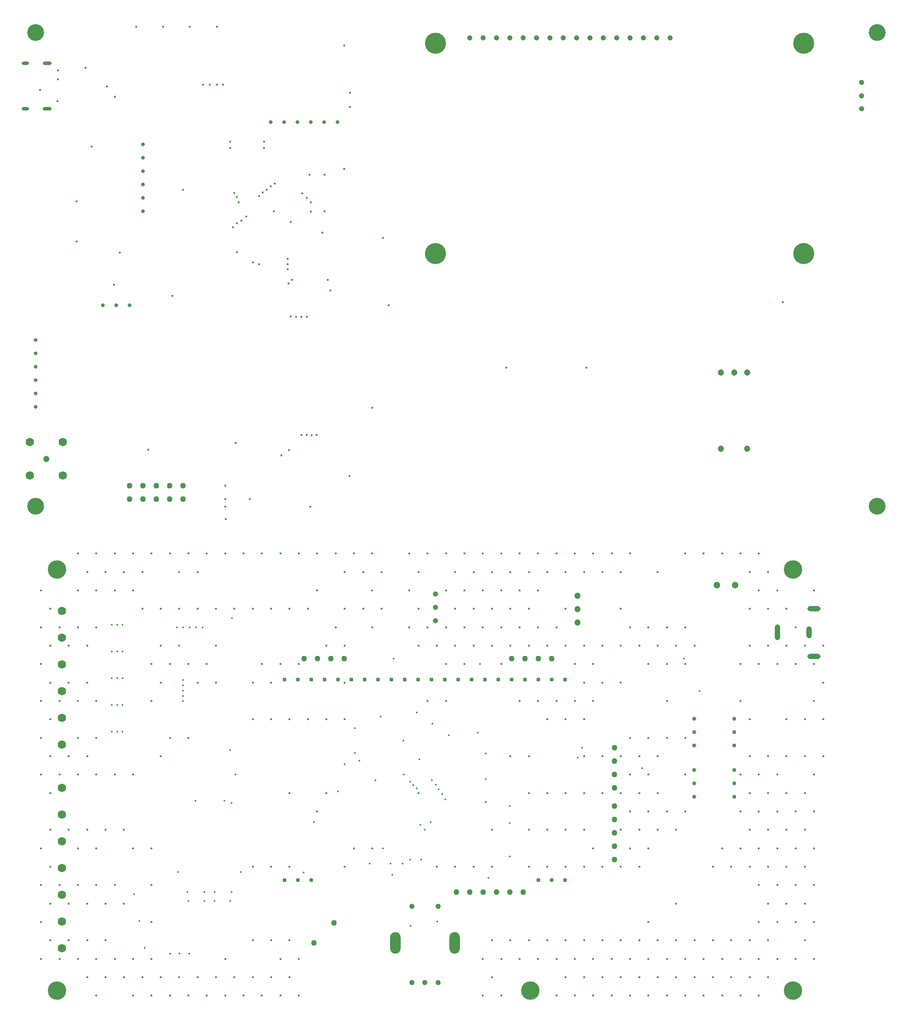
<source format=gbr>
%TF.GenerationSoftware,Altium Limited,Altium Designer,22.11.1 (43)*%
G04 Layer_Color=0*
%FSLAX43Y43*%
%MOMM*%
%TF.SameCoordinates,25A6F12C-B93B-4C7C-9F5B-633324915364*%
%TF.FilePolarity,Positive*%
%TF.FileFunction,Plated,1,2,PTH,Drill*%
%TF.Part,CustomerPanel*%
G01*
G75*
%TA.AperFunction,ComponentDrill*%
%ADD127C,0.700*%
%ADD128C,1.000*%
%ADD129C,4.000*%
%ADD130C,1.100*%
%ADD131C,1.200*%
%ADD132C,1.000*%
%ADD133C,0.700*%
%ADD134C,1.600*%
%ADD135O,1.700X0.600*%
%ADD136O,1.400X0.600*%
%TA.AperFunction,ViaDrill,NotFilled*%
%ADD137C,0.400*%
%ADD138C,3.200*%
%TA.AperFunction,ComponentDrill*%
%ADD139O,2.000X4.100*%
%ADD140C,0.780*%
%ADD141C,0.750*%
%ADD142O,2.500X1.000*%
%ADD143O,1.000X3.000*%
%ADD144O,1.000X2.300*%
%ADD145C,1.600*%
%TA.AperFunction,OtherDrill,Free Pad (106mm,12mm)*%
%ADD146C,3.500*%
%TA.AperFunction,OtherDrill,Free Pad (16mm,92mm)*%
%ADD147C,3.500*%
%TA.AperFunction,ComponentDrill*%
%ADD148C,1.300*%
%TA.AperFunction,OtherDrill,Free Pad (156mm,92mm)*%
%ADD149C,3.500*%
%TA.AperFunction,OtherDrill,Free Pad (16mm,12mm)*%
%ADD150C,3.500*%
%TA.AperFunction,OtherDrill,Free Pad (156mm,12mm)*%
%ADD151C,3.500*%
%TA.AperFunction,ComponentDrill*%
%ADD152C,1.100*%
%TA.AperFunction,ViaDrill,NotFilled*%
%ADD153C,0.350*%
D127*
X24780Y142180D02*
D03*
X27320D02*
D03*
X29860D02*
D03*
X69350Y177000D02*
D03*
X66810D02*
D03*
X64270D02*
D03*
X61730D02*
D03*
X59190D02*
D03*
X56650D02*
D03*
D128*
X94520Y193000D02*
D03*
X97060D02*
D03*
X99600D02*
D03*
X102140D02*
D03*
X104680D02*
D03*
X107220D02*
D03*
X109760D02*
D03*
X112300D02*
D03*
X114840D02*
D03*
X117380D02*
D03*
X119920D02*
D03*
X122460D02*
D03*
X125000D02*
D03*
X127540D02*
D03*
X130080D02*
D03*
X132620D02*
D03*
X83500Y13500D02*
D03*
X86000D02*
D03*
X88500D02*
D03*
X83500Y28000D02*
D03*
X88500D02*
D03*
D129*
X88020Y192000D02*
D03*
Y152000D02*
D03*
X158020D02*
D03*
Y192000D02*
D03*
D130*
X40020Y107890D02*
D03*
Y105350D02*
D03*
X37480Y107890D02*
D03*
Y105350D02*
D03*
X34940D02*
D03*
Y107890D02*
D03*
X32400Y105350D02*
D03*
Y107890D02*
D03*
X29860Y105350D02*
D03*
Y107890D02*
D03*
X68080Y75000D02*
D03*
X70620D02*
D03*
X65540D02*
D03*
X63000D02*
D03*
X107590D02*
D03*
X110130D02*
D03*
X105050D02*
D03*
X102510D02*
D03*
X64900Y21000D02*
D03*
X68710Y24810D02*
D03*
X92000Y30700D02*
D03*
X94540D02*
D03*
X99620D02*
D03*
X104700D02*
D03*
X102160D02*
D03*
X97080D02*
D03*
D131*
X147290Y114920D02*
D03*
X142290D02*
D03*
X147290Y129420D02*
D03*
X144790D02*
D03*
X142290D02*
D03*
X14000Y113000D02*
D03*
X115000Y81920D02*
D03*
Y84460D02*
D03*
Y87000D02*
D03*
D132*
X169000Y184500D02*
D03*
Y182000D02*
D03*
Y179500D02*
D03*
X88000Y87300D02*
D03*
Y84760D02*
D03*
Y82220D02*
D03*
D133*
X12000Y135620D02*
D03*
Y133080D02*
D03*
Y130540D02*
D03*
Y128000D02*
D03*
Y125460D02*
D03*
Y122920D02*
D03*
X32400Y160060D02*
D03*
Y162600D02*
D03*
Y165140D02*
D03*
Y167680D02*
D03*
Y170220D02*
D03*
Y172760D02*
D03*
D134*
X10850Y116150D02*
D03*
Y109850D02*
D03*
X17150D02*
D03*
Y116150D02*
D03*
D135*
X14180Y179545D02*
D03*
Y188185D02*
D03*
D136*
X10000Y179545D02*
D03*
Y188185D02*
D03*
D137*
X154000Y142750D02*
D03*
X64270Y159945D02*
D03*
X66900Y160050D02*
D03*
X19717Y154320D02*
D03*
X19781Y161940D02*
D03*
X16090Y181000D02*
D03*
X51103Y158290D02*
D03*
X71770Y182540D02*
D03*
X65420Y117527D02*
D03*
X64461Y117491D02*
D03*
X54433Y162927D02*
D03*
X68000Y145000D02*
D03*
X62500Y139999D02*
D03*
X63500Y140016D02*
D03*
X60059Y146295D02*
D03*
X60500Y158000D02*
D03*
X57250Y160060D02*
D03*
X52000Y159000D02*
D03*
X50273Y157754D02*
D03*
X49500Y157000D02*
D03*
X50600Y161778D02*
D03*
X50273Y162747D02*
D03*
X49721Y163532D02*
D03*
X55141Y163575D02*
D03*
X56650Y164763D02*
D03*
X57446Y165300D02*
D03*
X55919Y164138D02*
D03*
X27000Y181801D02*
D03*
X25479Y183767D02*
D03*
X49000Y172100D02*
D03*
X49000Y173231D02*
D03*
X55395Y172100D02*
D03*
Y173231D02*
D03*
X71770Y179889D02*
D03*
X64270Y161778D02*
D03*
X63500Y162600D02*
D03*
X62654Y163420D02*
D03*
X60170Y114670D02*
D03*
X76000Y122670D02*
D03*
X71670Y109760D02*
D03*
X64170Y103920D02*
D03*
X50273Y152285D02*
D03*
X54473Y150000D02*
D03*
X64000Y167000D02*
D03*
X78000Y155000D02*
D03*
X52720Y105350D02*
D03*
X47995Y107895D02*
D03*
X70630Y191580D02*
D03*
X58670Y113670D02*
D03*
X50000Y116019D02*
D03*
X40000Y164094D02*
D03*
X59871Y149000D02*
D03*
X66500Y156000D02*
D03*
X59871Y150000D02*
D03*
Y151000D02*
D03*
X46408Y195102D02*
D03*
X67506Y147008D02*
D03*
X60739Y147000D02*
D03*
X53250Y150331D02*
D03*
X28000Y152152D02*
D03*
X26890Y146110D02*
D03*
X38000Y144000D02*
D03*
X60506Y140061D02*
D03*
X43830Y184130D02*
D03*
X45100D02*
D03*
X12842Y183091D02*
D03*
X16205Y186818D02*
D03*
X16199Y185091D02*
D03*
X21437Y187326D02*
D03*
X22600Y172340D02*
D03*
X48030Y105350D02*
D03*
Y103920D02*
D03*
X48120Y101540D02*
D03*
X36210Y195102D02*
D03*
X61515Y139999D02*
D03*
X70630Y168088D02*
D03*
X46408Y184130D02*
D03*
X31130Y195102D02*
D03*
X41290D02*
D03*
X47640Y184130D02*
D03*
X101488Y130310D02*
D03*
X116728D02*
D03*
X62500Y117527D02*
D03*
X66900Y167000D02*
D03*
X63500Y117527D02*
D03*
X79136Y142180D02*
D03*
X33416Y114748D02*
D03*
X97600Y47761D02*
D03*
X149500Y95000D02*
D03*
X151250Y91500D02*
D03*
X146000Y95000D02*
D03*
X147750Y91500D02*
D03*
X142500Y95000D02*
D03*
X139000D02*
D03*
X135500D02*
D03*
Y81000D02*
D03*
X137250Y77500D02*
D03*
X135500Y74000D02*
D03*
Y60000D02*
D03*
Y53000D02*
D03*
Y46000D02*
D03*
X132000Y81000D02*
D03*
X133750Y77500D02*
D03*
X132000Y74000D02*
D03*
Y67000D02*
D03*
Y60000D02*
D03*
Y46000D02*
D03*
X133750Y42500D02*
D03*
X130250Y91500D02*
D03*
X128500Y81000D02*
D03*
X130250Y77500D02*
D03*
X128500Y74000D02*
D03*
Y60000D02*
D03*
X130250Y56500D02*
D03*
X128500Y53000D02*
D03*
X130250Y49500D02*
D03*
X128500Y46000D02*
D03*
X130250Y42500D02*
D03*
X128500Y39000D02*
D03*
X125000Y95000D02*
D03*
Y81000D02*
D03*
X126750Y77500D02*
D03*
X125000Y60000D02*
D03*
X126750Y56500D02*
D03*
X125000Y53000D02*
D03*
X126750Y49500D02*
D03*
X125000Y46000D02*
D03*
X126750Y42500D02*
D03*
X125000Y39000D02*
D03*
X126750Y35500D02*
D03*
X121500Y95000D02*
D03*
X123250Y91500D02*
D03*
Y84500D02*
D03*
Y77500D02*
D03*
Y70500D02*
D03*
Y56500D02*
D03*
Y49500D02*
D03*
Y42500D02*
D03*
Y35500D02*
D03*
X118000Y95000D02*
D03*
X119750Y91500D02*
D03*
Y77500D02*
D03*
X118000Y74000D02*
D03*
X119750Y70500D02*
D03*
X118000Y67000D02*
D03*
X119750Y56500D02*
D03*
Y49500D02*
D03*
X118000Y39000D02*
D03*
X119750Y35500D02*
D03*
X114500Y95000D02*
D03*
X116250Y91500D02*
D03*
Y77500D02*
D03*
X114500Y74000D02*
D03*
X116250Y70500D02*
D03*
X114500Y67000D02*
D03*
X116250Y63500D02*
D03*
Y56500D02*
D03*
Y49500D02*
D03*
Y42500D02*
D03*
Y35500D02*
D03*
X111000Y95000D02*
D03*
X112750Y91500D02*
D03*
Y84500D02*
D03*
X111000Y81000D02*
D03*
X112750Y77500D02*
D03*
X111000Y67000D02*
D03*
X112750Y63500D02*
D03*
Y49500D02*
D03*
Y42500D02*
D03*
Y35500D02*
D03*
X107500Y95000D02*
D03*
X109250Y91500D02*
D03*
X107500Y88000D02*
D03*
Y81000D02*
D03*
X109250Y77500D02*
D03*
X107500Y67000D02*
D03*
X109250Y63500D02*
D03*
Y49500D02*
D03*
Y42500D02*
D03*
Y35500D02*
D03*
X104000Y95000D02*
D03*
X105750Y91500D02*
D03*
X104000Y88000D02*
D03*
X105750Y84500D02*
D03*
X104000Y81000D02*
D03*
X105750Y77500D02*
D03*
X104000Y67000D02*
D03*
X105750Y56500D02*
D03*
Y49500D02*
D03*
Y42500D02*
D03*
Y35500D02*
D03*
X100500Y95000D02*
D03*
X102250Y91500D02*
D03*
X100500Y88000D02*
D03*
X102250Y84500D02*
D03*
X100500Y81000D02*
D03*
X102250Y77500D02*
D03*
X100500Y74000D02*
D03*
X102250Y56500D02*
D03*
X97000Y95000D02*
D03*
X98750Y91500D02*
D03*
X97000Y88000D02*
D03*
X98750Y84500D02*
D03*
X97000Y81000D02*
D03*
X98750Y77500D02*
D03*
Y42500D02*
D03*
Y35500D02*
D03*
X93500Y95000D02*
D03*
X95250Y91500D02*
D03*
X93500Y88000D02*
D03*
X95250Y84500D02*
D03*
X93500Y81000D02*
D03*
X95250Y77500D02*
D03*
X93500Y74000D02*
D03*
X95250Y35500D02*
D03*
X90000Y95000D02*
D03*
X91750Y91500D02*
D03*
X90000Y88000D02*
D03*
X91750Y84500D02*
D03*
X90000Y81000D02*
D03*
X91750Y77500D02*
D03*
X90000Y74000D02*
D03*
Y67000D02*
D03*
X91750Y35500D02*
D03*
X86500Y95000D02*
D03*
Y81000D02*
D03*
X88250Y77500D02*
D03*
X86500Y67000D02*
D03*
X88250Y35500D02*
D03*
X83000Y95000D02*
D03*
X84750Y91500D02*
D03*
X83000Y88000D02*
D03*
X84750Y84500D02*
D03*
X83000Y81000D02*
D03*
X84750Y77500D02*
D03*
Y49500D02*
D03*
X76000Y95000D02*
D03*
X77750Y91500D02*
D03*
X76000Y88000D02*
D03*
X77750Y84500D02*
D03*
X76000Y81000D02*
D03*
Y39000D02*
D03*
X72500Y95000D02*
D03*
X74250Y91500D02*
D03*
Y84500D02*
D03*
X72500Y39000D02*
D03*
X69000Y95000D02*
D03*
X70750Y91500D02*
D03*
Y84500D02*
D03*
X69000Y81000D02*
D03*
X70750Y77500D02*
D03*
Y70500D02*
D03*
Y63500D02*
D03*
Y35500D02*
D03*
X65500Y95000D02*
D03*
Y88000D02*
D03*
X67250Y77500D02*
D03*
Y63500D02*
D03*
Y49500D02*
D03*
X65500Y46000D02*
D03*
X62000Y95000D02*
D03*
X63750Y84500D02*
D03*
X62000Y74000D02*
D03*
X63750Y63500D02*
D03*
X58500Y95000D02*
D03*
X60250Y84500D02*
D03*
X58500Y74000D02*
D03*
X60250Y63500D02*
D03*
Y49500D02*
D03*
X55000Y95000D02*
D03*
X56750Y84500D02*
D03*
X55000Y74000D02*
D03*
X56750Y70500D02*
D03*
Y63500D02*
D03*
X51500Y95000D02*
D03*
X53250Y84500D02*
D03*
Y70500D02*
D03*
Y63500D02*
D03*
X48000Y95000D02*
D03*
X49750Y84500D02*
D03*
X44500Y95000D02*
D03*
X46250Y84500D02*
D03*
Y77500D02*
D03*
X44500Y74000D02*
D03*
X46250Y70500D02*
D03*
X41000Y95000D02*
D03*
X42750Y91500D02*
D03*
Y84500D02*
D03*
X41000Y74000D02*
D03*
X42750Y70500D02*
D03*
X41000Y60000D02*
D03*
X37500Y95000D02*
D03*
X39250Y91500D02*
D03*
Y84500D02*
D03*
Y77500D02*
D03*
X37500Y74000D02*
D03*
Y60000D02*
D03*
X34000Y95000D02*
D03*
X35750Y84500D02*
D03*
Y77500D02*
D03*
X34000Y74000D02*
D03*
X35750Y70500D02*
D03*
X34000Y67000D02*
D03*
X35750Y56500D02*
D03*
X30500Y95000D02*
D03*
X32250Y91500D02*
D03*
X30500Y88000D02*
D03*
X32250Y84500D02*
D03*
X30500Y53000D02*
D03*
X27000Y95000D02*
D03*
X28750Y91500D02*
D03*
X27000Y88000D02*
D03*
Y53000D02*
D03*
X23500Y95000D02*
D03*
X25250Y91500D02*
D03*
X23500Y88000D02*
D03*
Y81000D02*
D03*
Y67000D02*
D03*
Y60000D02*
D03*
Y53000D02*
D03*
X20000Y95000D02*
D03*
X21750Y91500D02*
D03*
X20000Y88000D02*
D03*
Y81000D02*
D03*
X21750Y77500D02*
D03*
Y70500D02*
D03*
X20000Y67000D02*
D03*
Y60000D02*
D03*
X21750Y56500D02*
D03*
X20000Y53000D02*
D03*
X16500Y81000D02*
D03*
X18250Y77500D02*
D03*
Y70500D02*
D03*
X16500Y67000D02*
D03*
X18250Y56500D02*
D03*
X16500Y53000D02*
D03*
X13000Y88000D02*
D03*
X14750Y84500D02*
D03*
X13000Y81000D02*
D03*
X14750Y77500D02*
D03*
X13000Y74000D02*
D03*
X14750Y70500D02*
D03*
X13000Y67000D02*
D03*
X14750Y63500D02*
D03*
X13000Y60000D02*
D03*
X14750Y56500D02*
D03*
X13000Y53000D02*
D03*
X14750Y49500D02*
D03*
X46250Y14500D02*
D03*
X147750Y77500D02*
D03*
X48000Y18000D02*
D03*
X37500Y11000D02*
D03*
X151250Y42500D02*
D03*
X21750Y28500D02*
D03*
X133750Y21500D02*
D03*
X25250Y14500D02*
D03*
X58500Y18000D02*
D03*
X34000D02*
D03*
X39250Y14500D02*
D03*
X56750Y21500D02*
D03*
Y35500D02*
D03*
X146000Y11000D02*
D03*
X151250Y21500D02*
D03*
X100500Y11000D02*
D03*
X51500D02*
D03*
X30500Y39000D02*
D03*
X105750Y21500D02*
D03*
X154750Y28500D02*
D03*
X25250D02*
D03*
X23500Y32000D02*
D03*
X126750Y14500D02*
D03*
X149500Y11000D02*
D03*
X147750Y56500D02*
D03*
X18250Y42500D02*
D03*
X154750D02*
D03*
X160000Y67000D02*
D03*
X100500Y18000D02*
D03*
X160000Y88000D02*
D03*
X149500Y25000D02*
D03*
X151250Y84500D02*
D03*
X14750Y28500D02*
D03*
X133750D02*
D03*
X140750Y35500D02*
D03*
X62000Y11000D02*
D03*
X21750Y42500D02*
D03*
X156500Y25000D02*
D03*
X20000Y32000D02*
D03*
X149500Y88000D02*
D03*
X151250Y56500D02*
D03*
X62000Y18000D02*
D03*
X126750Y21500D02*
D03*
X23500Y39000D02*
D03*
Y18000D02*
D03*
X161750Y70500D02*
D03*
X25250Y42500D02*
D03*
X149500Y53000D02*
D03*
X153000Y18000D02*
D03*
X114500Y11000D02*
D03*
X130250Y14500D02*
D03*
X20000Y39000D02*
D03*
X147750Y35500D02*
D03*
X149500Y39000D02*
D03*
X160000Y53000D02*
D03*
X28750Y28500D02*
D03*
X158250Y56500D02*
D03*
X161750Y63500D02*
D03*
X151250Y14500D02*
D03*
X53250D02*
D03*
X97000Y11000D02*
D03*
X14750Y21500D02*
D03*
X156500Y46000D02*
D03*
X21750Y21500D02*
D03*
X123250D02*
D03*
X114500Y18000D02*
D03*
X30500D02*
D03*
X149500Y32000D02*
D03*
X139000Y18000D02*
D03*
X18250Y21500D02*
D03*
X130250D02*
D03*
X125000Y18000D02*
D03*
X137250Y14500D02*
D03*
X32250D02*
D03*
X146000Y67000D02*
D03*
X112750Y21500D02*
D03*
X146000Y53000D02*
D03*
X21750Y14500D02*
D03*
X161750Y56500D02*
D03*
X98750Y14500D02*
D03*
X97000Y18000D02*
D03*
X149500Y46000D02*
D03*
X161750Y77500D02*
D03*
X160000Y18000D02*
D03*
X60250Y14500D02*
D03*
X149500Y18000D02*
D03*
X151250Y35500D02*
D03*
X34000Y39000D02*
D03*
X119750Y14500D02*
D03*
X56750D02*
D03*
X44500Y11000D02*
D03*
X112750Y14500D02*
D03*
X18250Y28500D02*
D03*
X53250Y21500D02*
D03*
X151250Y28500D02*
D03*
X128500Y11000D02*
D03*
X146000Y46000D02*
D03*
X35750Y14500D02*
D03*
X147750Y63500D02*
D03*
X156500Y18000D02*
D03*
X133750Y14500D02*
D03*
X121500Y11000D02*
D03*
X16500Y32000D02*
D03*
X146000Y39000D02*
D03*
X20000Y18000D02*
D03*
X53250Y35500D02*
D03*
X27000Y18000D02*
D03*
X158250Y77500D02*
D03*
X154750Y49500D02*
D03*
X13000Y25000D02*
D03*
X135500Y11000D02*
D03*
X28750Y14500D02*
D03*
X153000Y39000D02*
D03*
Y53000D02*
D03*
X158250Y42500D02*
D03*
Y28500D02*
D03*
X160000Y46000D02*
D03*
X156500Y32000D02*
D03*
X14750Y35500D02*
D03*
X154750Y84500D02*
D03*
X34000Y25000D02*
D03*
X116250Y21500D02*
D03*
X147750Y49500D02*
D03*
X146000Y74000D02*
D03*
X160000Y25000D02*
D03*
X153000Y88000D02*
D03*
X118000Y18000D02*
D03*
X104000D02*
D03*
X111000D02*
D03*
X135500D02*
D03*
X121500D02*
D03*
X146000D02*
D03*
X144250Y14500D02*
D03*
X132000Y18000D02*
D03*
X153000Y46000D02*
D03*
X142500Y39000D02*
D03*
X158250Y63500D02*
D03*
X153000Y25000D02*
D03*
X154750Y77500D02*
D03*
X48000Y11000D02*
D03*
X34000D02*
D03*
X144250Y21500D02*
D03*
X119750D02*
D03*
X128500Y18000D02*
D03*
X23500Y11000D02*
D03*
X116250Y14500D02*
D03*
X156500Y74000D02*
D03*
X14750Y42500D02*
D03*
X30500Y11000D02*
D03*
X49750Y14500D02*
D03*
X25250Y21500D02*
D03*
X160000Y32000D02*
D03*
X153000D02*
D03*
X142500Y18000D02*
D03*
X102250Y21500D02*
D03*
X151250Y77500D02*
D03*
X144250Y35500D02*
D03*
X55000Y11000D02*
D03*
X98750Y21500D02*
D03*
X160000Y39000D02*
D03*
X42750Y14500D02*
D03*
X142500Y11000D02*
D03*
X158250Y35500D02*
D03*
X118000Y11000D02*
D03*
X158250Y21500D02*
D03*
X156500Y81000D02*
D03*
X58500Y11000D02*
D03*
X41000D02*
D03*
X147750Y84500D02*
D03*
X123250Y14500D02*
D03*
X151250Y49500D02*
D03*
X111000Y11000D02*
D03*
X13000Y32000D02*
D03*
X137250Y21500D02*
D03*
X154750Y56500D02*
D03*
X158250Y49500D02*
D03*
X27000Y32000D02*
D03*
X147750Y14500D02*
D03*
X60250Y35500D02*
D03*
X107500Y18000D02*
D03*
X34000Y32000D02*
D03*
X13000Y39000D02*
D03*
X140750Y14500D02*
D03*
X139000Y11000D02*
D03*
X16500Y18000D02*
D03*
X147750Y21500D02*
D03*
X109250D02*
D03*
X128500Y25000D02*
D03*
X13000Y18000D02*
D03*
X154750Y35500D02*
D03*
X153000Y74000D02*
D03*
X140750Y21500D02*
D03*
X154750Y63500D02*
D03*
X132000Y11000D02*
D03*
X147750Y42500D02*
D03*
X156500Y39000D02*
D03*
X28750Y42500D02*
D03*
X125000Y11000D02*
D03*
X149500Y74000D02*
D03*
X160000D02*
D03*
X60250Y21500D02*
D03*
D138*
X172000Y104000D02*
D03*
X12000D02*
D03*
Y194000D02*
D03*
X172000D02*
D03*
D139*
X80400Y21000D02*
D03*
X91600D02*
D03*
D140*
X59330Y32950D02*
D03*
X64410D02*
D03*
X61870D02*
D03*
X72030Y71050D02*
D03*
X82190D02*
D03*
X79650D02*
D03*
X77110D02*
D03*
X74570D02*
D03*
X69490D02*
D03*
X66950D02*
D03*
X64410D02*
D03*
X61870D02*
D03*
X59330D02*
D03*
X112670Y32950D02*
D03*
X110130D02*
D03*
X107590D02*
D03*
X84730Y71050D02*
D03*
X112670D02*
D03*
X99970D02*
D03*
X94890D02*
D03*
X92350D02*
D03*
X89810D02*
D03*
X87270D02*
D03*
X102510D02*
D03*
X105050D02*
D03*
X107590D02*
D03*
X97430D02*
D03*
X110130D02*
D03*
D141*
X137190Y63640D02*
D03*
Y61100D02*
D03*
Y58560D02*
D03*
X144810D02*
D03*
Y61100D02*
D03*
Y63640D02*
D03*
X137190Y53840D02*
D03*
Y51300D02*
D03*
Y48760D02*
D03*
X144810D02*
D03*
Y51300D02*
D03*
Y53840D02*
D03*
D142*
X160000Y75500D02*
D03*
Y84500D02*
D03*
D143*
X153000Y80000D02*
D03*
D144*
X159000D02*
D03*
D145*
X17000Y20000D02*
D03*
Y25080D02*
D03*
Y35240D02*
D03*
Y45400D02*
D03*
Y50480D02*
D03*
Y40320D02*
D03*
Y30160D02*
D03*
X17000Y58700D02*
D03*
Y63780D02*
D03*
Y73940D02*
D03*
Y84100D02*
D03*
Y79020D02*
D03*
Y68860D02*
D03*
D146*
X106000Y12000D02*
D03*
D147*
X16000Y92000D02*
D03*
D148*
X141500Y89000D02*
D03*
X145000D02*
D03*
D149*
X156000Y92000D02*
D03*
D150*
X16000Y12000D02*
D03*
D151*
X156000D02*
D03*
D152*
X122000Y41920D02*
D03*
Y36840D02*
D03*
Y39380D02*
D03*
Y44460D02*
D03*
Y47000D02*
D03*
Y58120D02*
D03*
Y55580D02*
D03*
Y50500D02*
D03*
Y53040D02*
D03*
D153*
X84916Y55911D02*
D03*
X69490Y49800D02*
D03*
X70748Y55000D02*
D03*
X102160Y47000D02*
D03*
Y43824D02*
D03*
Y37450D02*
D03*
X79800Y34000D02*
D03*
X79485Y36100D02*
D03*
X78000Y39000D02*
D03*
X81700Y36100D02*
D03*
X75500D02*
D03*
X87034Y44000D02*
D03*
X72700Y61800D02*
D03*
X77600Y64000D02*
D03*
X84469Y64800D02*
D03*
X97600Y52213D02*
D03*
X89839Y48322D02*
D03*
X83153Y51654D02*
D03*
X81953Y53010D02*
D03*
X83245Y24282D02*
D03*
X38795Y80967D02*
D03*
X40021D02*
D03*
X41248D02*
D03*
X42474D02*
D03*
X43700D02*
D03*
X26419Y81500D02*
D03*
X27444D02*
D03*
X28469D02*
D03*
X26419Y76420D02*
D03*
X27444D02*
D03*
X28469D02*
D03*
X26419Y71340D02*
D03*
X27444D02*
D03*
X28469D02*
D03*
X26419Y66260D02*
D03*
X27444D02*
D03*
X28469D02*
D03*
Y61180D02*
D03*
X27444D02*
D03*
X26419D02*
D03*
X138190Y68895D02*
D03*
X88373Y25127D02*
D03*
X98100Y33388D02*
D03*
X62895Y34386D02*
D03*
X80000Y75000D02*
D03*
X83153Y36840D02*
D03*
X85260D02*
D03*
X37498Y19000D02*
D03*
X39349D02*
D03*
X41200D02*
D03*
X49000Y57682D02*
D03*
X76607Y51913D02*
D03*
X84469Y50426D02*
D03*
X83783Y51010D02*
D03*
X72700Y57100D02*
D03*
X73500Y55694D02*
D03*
X135250Y75000D02*
D03*
X87381Y62668D02*
D03*
X87299Y51962D02*
D03*
X88043Y51078D02*
D03*
X96470Y73984D02*
D03*
X40800Y30700D02*
D03*
X44050D02*
D03*
X46000D02*
D03*
X49250D02*
D03*
X89263Y49335D02*
D03*
X88626Y50201D02*
D03*
X39098Y34491D02*
D03*
X31700Y25200D02*
D03*
X32700Y20120D02*
D03*
X51000Y34491D02*
D03*
X49000Y29000D02*
D03*
X46000D02*
D03*
X44050D02*
D03*
X41000D02*
D03*
X115000Y56246D02*
D03*
X42400Y48000D02*
D03*
X39960Y66961D02*
D03*
Y67959D02*
D03*
Y68946D02*
D03*
Y69948D02*
D03*
Y70949D02*
D03*
X96000Y61000D02*
D03*
X97600Y57000D02*
D03*
X49300Y82749D02*
D03*
X90500Y60500D02*
D03*
X127275Y54200D02*
D03*
X115816Y58120D02*
D03*
X64900Y44000D02*
D03*
X81900Y59500D02*
D03*
X86000Y42500D02*
D03*
X85100Y43500D02*
D03*
X47902Y48000D02*
D03*
X50000Y53000D02*
D03*
X49250Y47600D02*
D03*
X30700Y30280D02*
D03*
%TF.MD5,ac5a32c0d7b54d8342546e1f9655cc6c*%
M02*

</source>
